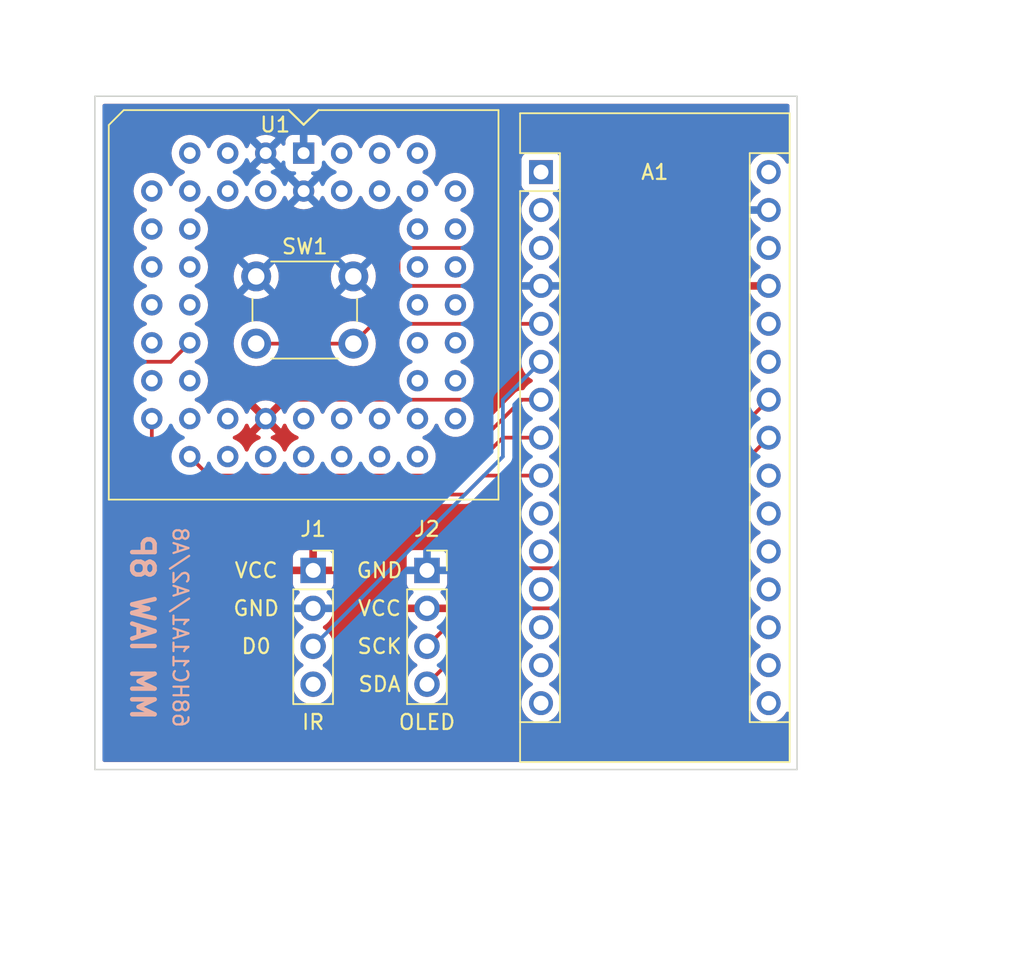
<source format=kicad_pcb>
(kicad_pcb (version 20211014) (generator pcbnew)
  (layers (0 "F.Cu" signal) (31 "B.Cu" signal) (34 "B.Paste" user) (35 "F.Paste" user) (36 "B.SilkS" user "B.Silkscreen") (37 "F.SilkS" user "F.Silkscreen") (38 "B.Mask" user) (39 "F.Mask" user) (44 "Edge.Cuts" user))
  (net 0 "")
  (net 65 "VSS")
  (net 66 "RESET")
  (net 67 "RX")
  (net 68 "TX")
  (net 69 "VDD")
  (net 72 "D3")
  (net 73 "SDA")
  (net 74 "SCK")
  (net 75 "D2")
  (footprint "Package_LCC:PLCC-52_THT-Socket" (layer "F.Cu") (at 130.81 67.31)
    (fp_text reference "U1" (at -1.905 -1.905) (layer "F.SilkS"))
    (fp_text value "MC68HC11A1CC")
    (fp_line (start -12.04 -2.88) (end -13.04 -1.88) (layer "F.SilkS") (width 0.12))
    (fp_line (start -13.04 -1.88) (end -13.04 23.2) (layer "F.SilkS") (width 0.12))
    (fp_line (start -1 -2.88) (end -12.04 -2.88) (layer "F.SilkS") (width 0.12))
    (fp_line (start 13.04 23.2) (end 13.04 -2.88) (layer "F.SilkS") (width 0.12))
    (fp_line (start 13.04 -2.88) (end 1 -2.88) (layer "F.SilkS") (width 0.12))
    (fp_line (start -13.04 23.2) (end 13.04 23.2) (layer "F.SilkS") (width 0.12))
    (pad "1" thru_hole rect locked (at 0 0) (size 1.4224 1.4224) (drill 0.8) (layers *.Cu *.Mask) (net 65 "VSS"))
    (pad "2" thru_hole circle locked (at 0 2.54) (size 1.4224 1.4224) (drill 0.8) (layers *.Cu *.Mask) (net 65 "VSS"))
    (pad "3" thru_hole circle locked (at -2.54 0) (size 1.4224 1.4224) (drill 0.8) (layers *.Cu *.Mask) (net 65 "VSS"))
    (pad "4" thru_hole circle locked (at -2.54 2.54) (size 1.4224 1.4224) (drill 0.8) (layers *.Cu *.Mask))
    (pad "5" thru_hole circle locked (at -5.08 0) (size 1.4224 1.4224) (drill 0.8) (layers *.Cu *.Mask))
    (pad "6" thru_hole circle locked (at -5.08 2.54) (size 1.4224 1.4224) (drill 0.8) (layers *.Cu *.Mask))
    (pad "7" thru_hole circle locked (at -7.62 0) (size 1.4224 1.4224) (drill 0.8) (layers *.Cu *.Mask))
    (pad "8" thru_hole circle locked (at -10.16 2.54) (size 1.4224 1.4224) (drill 0.8) (layers *.Cu *.Mask))
    (pad "9" thru_hole circle locked (at -7.62 2.54) (size 1.4224 1.4224) (drill 0.8) (layers *.Cu *.Mask))
    (pad "10" thru_hole circle locked (at -10.16 5.08) (size 1.4224 1.4224) (drill 0.8) (layers *.Cu *.Mask))
    (pad "11" thru_hole circle locked (at -7.62 5.08) (size 1.4224 1.4224) (drill 0.8) (layers *.Cu *.Mask))
    (pad "12" thru_hole circle locked (at -10.16 7.62) (size 1.4224 1.4224) (drill 0.8) (layers *.Cu *.Mask))
    (pad "13" thru_hole circle locked (at -7.62 7.62) (size 1.4224 1.4224) (drill 0.8) (layers *.Cu *.Mask))
    (pad "14" thru_hole circle locked (at -10.16 10.16) (size 1.4224 1.4224) (drill 0.8) (layers *.Cu *.Mask))
    (pad "15" thru_hole circle locked (at -7.62 10.16) (size 1.4224 1.4224) (drill 0.8) (layers *.Cu *.Mask))
    (pad "16" thru_hole circle locked (at -10.16 12.7) (size 1.4224 1.4224) (drill 0.8) (layers *.Cu *.Mask))
    (pad "17" thru_hole circle locked (at -7.62 12.7) (size 1.4224 1.4224) (drill 0.8) (layers *.Cu *.Mask) (net 66 "RESET"))
    (pad "18" thru_hole circle locked (at -10.16 15.24) (size 1.4224 1.4224) (drill 0.8) (layers *.Cu *.Mask))
    (pad "19" thru_hole circle locked (at -7.62 15.24) (size 1.4224 1.4224) (drill 0.8) (layers *.Cu *.Mask))
    (pad "20" thru_hole circle locked (at -10.16 17.78) (size 1.4224 1.4224) (drill 0.8) (layers *.Cu *.Mask) (net 67 "RX"))
    (pad "21" thru_hole circle locked (at -7.62 20.32) (size 1.4224 1.4224) (drill 0.8) (layers *.Cu *.Mask) (net 68 "TX"))
    (pad "22" thru_hole circle locked (at -7.62 17.78) (size 1.4224 1.4224) (drill 0.8) (layers *.Cu *.Mask))
    (pad "23" thru_hole circle locked (at -5.08 20.32) (size 1.4224 1.4224) (drill 0.8) (layers *.Cu *.Mask))
    (pad "24" thru_hole circle locked (at -5.08 17.78) (size 1.4224 1.4224) (drill 0.8) (layers *.Cu *.Mask))
    (pad "25" thru_hole circle locked (at -2.54 20.32) (size 1.4224 1.4224) (drill 0.8) (layers *.Cu *.Mask))
    (pad "26" thru_hole circle locked (at -2.54 17.78) (size 1.4224 1.4224) (drill 0.8) (layers *.Cu *.Mask) (net 69 "VDD"))
    (pad "27" thru_hole circle locked (at 0 20.32) (size 1.4224 1.4224) (drill 0.8) (layers *.Cu *.Mask))
    (pad "28" thru_hole circle locked (at 0 17.78) (size 1.4224 1.4224) (drill 0.8) (layers *.Cu *.Mask))
    (pad "29" thru_hole circle locked (at 2.54 20.32) (size 1.4224 1.4224) (drill 0.8) (layers *.Cu *.Mask))
    (pad "30" thru_hole circle locked (at 2.54 17.78) (size 1.4224 1.4224) (drill 0.8) (layers *.Cu *.Mask))
    (pad "31" thru_hole circle locked (at 5.08 20.32) (size 1.4224 1.4224) (drill 0.8) (layers *.Cu *.Mask))
    (pad "32" thru_hole circle locked (at 5.08 17.78) (size 1.4224 1.4224) (drill 0.8) (layers *.Cu *.Mask))
    (pad "33" thru_hole circle locked (at 7.62 20.32) (size 1.4224 1.4224) (drill 0.8) (layers *.Cu *.Mask))
    (pad "34" thru_hole circle locked (at 10.16 17.78) (size 1.4224 1.4224) (drill 0.8) (layers *.Cu *.Mask))
    (pad "35" thru_hole circle locked (at 7.62 17.78) (size 1.4224 1.4224) (drill 0.8) (layers *.Cu *.Mask))
    (pad "36" thru_hole circle locked (at 10.16 15.24) (size 1.4224 1.4224) (drill 0.8) (layers *.Cu *.Mask))
    (pad "37" thru_hole circle locked (at 7.62 15.24) (size 1.4224 1.4224) (drill 0.8) (layers *.Cu *.Mask))
    (pad "38" thru_hole circle locked (at 10.16 12.7) (size 1.4224 1.4224) (drill 0.8) (layers *.Cu *.Mask))
    (pad "39" thru_hole circle locked (at 7.62 12.7) (size 1.4224 1.4224) (drill 0.8) (layers *.Cu *.Mask))
    (pad "40" thru_hole circle locked (at 10.16 10.16) (size 1.4224 1.4224) (drill 0.8) (layers *.Cu *.Mask))
    (pad "41" thru_hole circle locked (at 7.62 10.16) (size 1.4224 1.4224) (drill 0.8) (layers *.Cu *.Mask))
    (pad "42" thru_hole circle locked (at 10.16 7.62) (size 1.4224 1.4224) (drill 0.8) (layers *.Cu *.Mask))
    (pad "43" thru_hole circle locked (at 7.62 7.62) (size 1.4224 1.4224) (drill 0.8) (layers *.Cu *.Mask))
    (pad "44" thru_hole circle locked (at 10.16 5.08) (size 1.4224 1.4224) (drill 0.8) (layers *.Cu *.Mask))
    (pad "45" thru_hole circle locked (at 7.62 5.08) (size 1.4224 1.4224) (drill 0.8) (layers *.Cu *.Mask))
    (pad "46" thru_hole circle locked (at 10.16 2.54) (size 1.4224 1.4224) (drill 0.8) (layers *.Cu *.Mask))
    (pad "47" thru_hole circle locked (at 7.62 0) (size 1.4224 1.4224) (drill 0.8) (layers *.Cu *.Mask))
    (pad "48" thru_hole circle locked (at 7.62 2.54) (size 1.4224 1.4224) (drill 0.8) (layers *.Cu *.Mask))
    (pad "49" thru_hole circle locked (at 5.08 0) (size 1.4224 1.4224) (drill 0.8) (layers *.Cu *.Mask))
    (pad "50" thru_hole circle locked (at 5.08 2.54) (size 1.4224 1.4224) (drill 0.8) (layers *.Cu *.Mask))
    (pad "51" thru_hole circle locked (at 2.54 0) (size 1.4224 1.4224) (drill 0.8) (layers *.Cu *.Mask))
    (pad "52" thru_hole circle locked (at 2.54 2.54) (size 1.4224 1.4224) (drill 0.8) (layers *.Cu *.Mask))
  )
  (footprint "Connector_PinSocket_2.54mm:PinSocket_1x04_P2.54mm_Vertical" (layer "F.Cu") (at 131.445 95.25)
    (fp_text reference "J1" (at 0 -2.77) (layer "F.SilkS"))
    (fp_text value "Conn_01x04_MountingPin")
    (fp_line (start 0 -1.33) (end 1.33 -1.33) (layer "F.SilkS") (width 0.12))
    (fp_line (start -1.33 8.95) (end 1.33 8.95) (layer "F.SilkS") (width 0.12))
    (fp_line (start 1.33 1.27) (end 1.33 8.95) (layer "F.SilkS") (width 0.12))
    (fp_line (start -1.33 1.27) (end -1.33 8.95) (layer "F.SilkS") (width 0.12))
    (fp_line (start 1.33 -1.33) (end 1.33 0) (layer "F.SilkS") (width 0.12))
    (fp_line (start -1.33 1.27) (end 1.33 1.27) (layer "F.SilkS") (width 0.12))
    (pad "1" thru_hole rect locked (at 0 0) (size 1.7 1.7) (drill 1) (layers *.Cu *.Mask) (net 69 "VDD"))
    (pad "2" thru_hole oval locked (at 0 2.54) (size 1.7 1.7) (drill 1) (layers *.Cu *.Mask) (net 65 "VSS"))
    (pad "3" thru_hole oval locked (at 0 5.08) (size 1.7 1.7) (drill 1) (layers *.Cu *.Mask) (net 72 "D3"))
    (pad "4" thru_hole oval locked (at 0 7.62) (size 1.7 1.7) (drill 1) (layers *.Cu *.Mask))
  )
  (footprint "Button_Switch_THT:SW_PUSH_6mm" (layer "F.Cu") (at 127.635 75.565)
    (fp_text reference "SW1" (at 3.25 -2) (layer "F.SilkS"))
    (fp_text value "SW_Push")
    (fp_line (start -0.25 1.5) (end -0.25 3) (layer "F.SilkS") (width 0.12))
    (fp_line (start 1 5.5) (end 5.5 5.5) (layer "F.SilkS") (width 0.12))
    (fp_line (start 6.75 3) (end 6.75 1.5) (layer "F.SilkS") (width 0.12))
    (fp_line (start 5.5 -1) (end 1 -1) (layer "F.SilkS") (width 0.12))
    (pad "1" thru_hole circle locked (at 6.5 0 90) (size 2 2) (drill 1.1) (layers *.Cu *.Mask) (net 65 "VSS"))
    (pad "1" thru_hole circle locked (at 0 0 90) (size 2 2) (drill 1.1) (layers *.Cu *.Mask) (net 65 "VSS"))
    (pad "2" thru_hole circle locked (at 0 4.5 90) (size 2 2) (drill 1.1) (layers *.Cu *.Mask) (net 75 "D2"))
    (pad "2" thru_hole circle locked (at 6.5 4.5 90) (size 2 2) (drill 1.1) (layers *.Cu *.Mask) (net 75 "D2"))
  )
  (footprint "Connector_PinSocket_2.54mm:PinSocket_1x04_P2.54mm_Vertical" (layer "F.Cu") (at 139.065 95.25)
    (fp_text reference "J2" (at 0 -2.77) (layer "F.SilkS"))
    (fp_text value "Conn_01x04_MountingPin")
    (fp_line (start -1.33 8.95) (end 1.33 8.95) (layer "F.SilkS") (width 0.12))
    (fp_line (start -1.33 1.27) (end 1.33 1.27) (layer "F.SilkS") (width 0.12))
    (fp_line (start -1.33 1.27) (end -1.33 8.95) (layer "F.SilkS") (width 0.12))
    (fp_line (start 1.33 1.27) (end 1.33 8.95) (layer "F.SilkS") (width 0.12))
    (fp_line (start 0 -1.33) (end 1.33 -1.33) (layer "F.SilkS") (width 0.12))
    (fp_line (start 1.33 -1.33) (end 1.33 0) (layer "F.SilkS") (width 0.12))
    (pad "1" thru_hole rect locked (at 0 0) (size 1.7 1.7) (drill 1) (layers *.Cu *.Mask) (net 65 "VSS"))
    (pad "2" thru_hole oval locked (at 0 2.54) (size 1.7 1.7) (drill 1) (layers *.Cu *.Mask) (net 69 "VDD"))
    (pad "3" thru_hole oval locked (at 0 5.08) (size 1.7 1.7) (drill 1) (layers *.Cu *.Mask) (net 74 "SCK"))
    (pad "4" thru_hole oval locked (at 0 7.62) (size 1.7 1.7) (drill 1) (layers *.Cu *.Mask) (net 73 "SDA"))
  )
  (footprint "Module:Arduino_Nano" (layer "F.Cu") (at 146.695 68.58)
    (fp_text reference "A1" (at 7.62 0) (layer "F.SilkS"))
    (fp_text value "Arduino_Nano_v3.x")
    (fp_line (start 1.27 1.27) (end 1.27 -1.27) (layer "F.SilkS") (width 0.12))
    (fp_line (start 13.97 -1.27) (end 16.64 -1.27) (layer "F.SilkS") (width 0.12))
    (fp_line (start -1.4 39.5) (end 16.64 39.5) (layer "F.SilkS") (width 0.12))
    (fp_line (start -1.4 1.27) (end -1.4 39.5) (layer "F.SilkS") (width 0.12))
    (fp_line (start 16.64 39.5) (end 16.64 -3.94) (layer "F.SilkS") (width 0.12))
    (fp_line (start 1.27 -1.27) (end -1.4 -1.27) (layer "F.SilkS") (width 0.12))
    (fp_line (start 13.97 36.83) (end 16.64 36.83) (layer "F.SilkS") (width 0.12))
    (fp_line (start 1.27 36.83) (end -1.4 36.83) (layer "F.SilkS") (width 0.12))
    (fp_line (start 16.64 -3.94) (end -1.4 -3.94) (layer "F.SilkS") (width 0.12))
    (fp_line (start 1.27 1.27) (end -1.4 1.27) (layer "F.SilkS") (width 0.12))
    (fp_line (start 1.27 1.27) (end 1.27 36.83) (layer "F.SilkS") (width 0.12))
    (fp_line (start -1.4 -3.94) (end -1.4 -1.27) (layer "F.SilkS") (width 0.12))
    (fp_line (start 13.97 -1.27) (end 13.97 36.83) (layer "F.SilkS") (width 0.12))
    (pad "1" thru_hole rect locked (at 0 0) (size 1.6 1.6) (drill 1) (layers *.Cu *.Mask))
    (pad "2" thru_hole oval locked (at 0 2.54) (size 1.6 1.6) (drill 1) (layers *.Cu *.Mask))
    (pad "3" thru_hole oval locked (at 0 5.08) (size 1.6 1.6) (drill 1) (layers *.Cu *.Mask))
    (pad "4" thru_hole oval locked (at 0 7.62) (size 1.6 1.6) (drill 1) (layers *.Cu *.Mask) (net 65 "VSS"))
    (pad "5" thru_hole oval locked (at 0 10.16) (size 1.6 1.6) (drill 1) (layers *.Cu *.Mask) (net 75 "D2"))
    (pad "6" thru_hole oval locked (at 0 12.7) (size 1.6 1.6) (drill 1) (layers *.Cu *.Mask) (net 72 "D3"))
    (pad "7" thru_hole oval locked (at 0 15.24) (size 1.6 1.6) (drill 1) (layers *.Cu *.Mask) (net 68 "TX"))
    (pad "8" thru_hole oval locked (at 0 17.78) (size 1.6 1.6) (drill 1) (layers *.Cu *.Mask) (net 67 "RX"))
    (pad "9" thru_hole oval locked (at 0 20.32) (size 1.6 1.6) (drill 1) (layers *.Cu *.Mask) (net 66 "RESET"))
    (pad "10" thru_hole oval locked (at 0 22.86) (size 1.6 1.6) (drill 1) (layers *.Cu *.Mask))
    (pad "11" thru_hole oval locked (at 0 25.4) (size 1.6 1.6) (drill 1) (layers *.Cu *.Mask))
    (pad "12" thru_hole oval locked (at 0 27.94) (size 1.6 1.6) (drill 1) (layers *.Cu *.Mask))
    (pad "13" thru_hole oval locked (at 0 30.48) (size 1.6 1.6) (drill 1) (layers *.Cu *.Mask))
    (pad "14" thru_hole oval locked (at 0 33.02) (size 1.6 1.6) (drill 1) (layers *.Cu *.Mask))
    (pad "15" thru_hole oval locked (at 0 35.56) (size 1.6 1.6) (drill 1) (layers *.Cu *.Mask))
    (pad "16" thru_hole oval locked (at 15.24 35.56) (size 1.6 1.6) (drill 1) (layers *.Cu *.Mask))
    (pad "17" thru_hole oval locked (at 15.24 33.02) (size 1.6 1.6) (drill 1) (layers *.Cu *.Mask))
    (pad "18" thru_hole oval locked (at 15.24 30.48) (size 1.6 1.6) (drill 1) (layers *.Cu *.Mask))
    (pad "19" thru_hole oval locked (at 15.24 27.94) (size 1.6 1.6) (drill 1) (layers *.Cu *.Mask))
    (pad "20" thru_hole oval locked (at 15.24 25.4) (size 1.6 1.6) (drill 1) (layers *.Cu *.Mask))
    (pad "21" thru_hole oval locked (at 15.24 22.86) (size 1.6 1.6) (drill 1) (layers *.Cu *.Mask))
    (pad "22" thru_hole oval locked (at 15.24 20.32) (size 1.6 1.6) (drill 1) (layers *.Cu *.Mask))
    (pad "23" thru_hole oval locked (at 15.24 17.78) (size 1.6 1.6) (drill 1) (layers *.Cu *.Mask) (net 73 "SDA"))
    (pad "24" thru_hole oval locked (at 15.24 15.24) (size 1.6 1.6) (drill 1) (layers *.Cu *.Mask) (net 74 "SCK"))
    (pad "25" thru_hole oval locked (at 15.24 12.7) (size 1.6 1.6) (drill 1) (layers *.Cu *.Mask))
    (pad "26" thru_hole oval locked (at 15.24 10.16) (size 1.6 1.6) (drill 1) (layers *.Cu *.Mask))
    (pad "27" thru_hole oval locked (at 15.24 7.62) (size 1.6 1.6) (drill 1) (layers *.Cu *.Mask) (net 69 "VDD"))
    (pad "28" thru_hole oval locked (at 15.24 5.08) (size 1.6 1.6) (drill 1) (layers *.Cu *.Mask))
    (pad "29" thru_hole oval locked (at 15.24 2.54) (size 1.6 1.6) (drill 1) (layers *.Cu *.Mask) (net 65 "VSS"))
    (pad "30" thru_hole oval locked (at 15.24 0) (size 1.6 1.6) (drill 1) (layers *.Cu *.Mask))
  )
  (gr_line (start 129.81 64.43) (end 130.81 65.405) (layer "F.SilkS") (width 0.15))
  (gr_line (start 130.81 65.405) (end 131.81 64.43) (layer "F.SilkS") (width 0.15))
  (gr_line (start 163.83 63.5) (end 163.83 108.585) (layer "Edge.Cuts") (width 0.1))
  (gr_line (start 116.84 63.5) (end 117.475 63.5) (layer "Edge.Cuts") (width 0.1))
  (gr_line (start 116.84 108.585) (end 116.84 63.5) (layer "Edge.Cuts") (width 0.1))
  (gr_line (start 163.83 108.585) (end 116.84 108.585) (layer "Edge.Cuts") (width 0.1))
  (gr_line (start 117.475 63.5) (end 163.83 63.5) (layer "Edge.Cuts") (width 0.1))
  (gr_text "MM IAW 8P" (at 120.015 99.06 -90) (layer "B.SilkS") (effects (font (size 1.5 1.5) (thickness 0.3)) (justify mirror)))
  (gr_text "68HC11A1/A2/A8" (at 122.555 99.06 -90) (layer "B.SilkS") (effects (font (size 1 1)) (justify mirror)))
  (gr_text "D0" (at 127.635 100.33) (layer "F.SilkS") (effects (font (size 1 1))))
  (gr_text "GND" (at 127.635 97.79) (layer "F.SilkS") (effects (font (size 1 1))))
  (gr_text "SDA" (at 135.89 102.87) (layer "F.SilkS") (effects (font (size 1 1))))
  (gr_text "GND" (at 135.89 95.25) (layer "F.SilkS") (effects (font (size 1 1))))
  (gr_text "SCK" (at 135.89 100.33) (layer "F.SilkS") (effects (font (size 1 1))))
  (gr_text "VCC" (at 127.635 95.25) (layer "F.SilkS") (effects (font (size 1 1))))
  (gr_text "IR" (at 131.445 105.41) (layer "F.SilkS") (effects (font (size 1 1))))
  (gr_text "OLED" (at 139.065 105.41) (layer "F.SilkS") (effects (font (size 1 1))))
  (gr_text "VCC" (at 135.89 97.79) (layer "F.SilkS") (effects (font (size 1 1))))
  (segment (start 121.92 81.28) (end 123.19 80.01) (width 0.25) (layer "F.Cu") (net 66))
  (segment (start 120.015 81.28) (end 121.92 81.28) (width 0.25) (layer "F.Cu") (net 66))
  (segment (start 141.605 90.17) (end 120.65 90.17) (width 0.25) (layer "F.Cu") (net 66))
  (segment (start 118.745 82.55) (end 120.015 81.28) (width 0.25) (layer "F.Cu") (net 66))
  (segment (start 146.695 88.9) (end 142.875 88.9) (width 0.25) (layer "F.Cu") (net 66))
  (segment (start 142.875 88.9) (end 141.605 90.17) (width 0.25) (layer "F.Cu") (net 66))
  (segment (start 120.65 90.17) (end 118.745 88.265) (width 0.25) (layer "F.Cu") (net 66))
  (segment (start 118.745 88.265) (end 118.745 82.55) (width 0.25) (layer "F.Cu") (net 66))
  (segment (start 146.695 86.36) (end 144.145 86.36) (width 0.25) (layer "F.Cu") (net 67))
  (segment (start 121.92 89.535) (end 120.65 88.265) (width 0.25) (layer "F.Cu") (net 67))
  (segment (start 140.97 89.535) (end 121.92 89.535) (width 0.25) (layer "F.Cu") (net 67))
  (segment (start 144.145 86.36) (end 140.97 89.535) (width 0.25) (layer "F.Cu") (net 67))
  (segment (start 120.65 88.265) (end 120.65 85.09) (width 0.25) (layer "F.Cu") (net 67))
  (segment (start 145.415 83.82) (end 140.335 88.9) (width 0.25) (layer "F.Cu") (net 68))
  (segment (start 124.46 88.9) (end 123.19 87.63) (width 0.25) (layer "F.Cu") (net 68))
  (segment (start 140.335 88.9) (end 124.46 88.9) (width 0.25) (layer "F.Cu") (net 68))
  (segment (start 146.695 83.82) (end 145.415 83.82) (width 0.25) (layer "F.Cu") (net 68))
  (segment (start 129.54 83.82) (end 142.875 83.82) (width 0.25) (layer "F.Cu") (net 69))
  (segment (start 137.16 73.66) (end 142.875 73.66) (width 0.25) (layer "F.Cu") (net 69))
  (segment (start 137.16 76.2) (end 137.16 73.66) (width 0.25) (layer "F.Cu") (net 69))
  (segment (start 128.27 85.09) (end 129.54 83.82) (width 0.25) (layer "F.Cu") (net 69))
  (segment (start 137.16 76.2) (end 142.875 76.2) (width 0.25) (layer "F.Cu") (net 69))
  (segment (start 131.445 100.33) (end 144.145 87.63) (width 0.25) (layer "B.Cu") (net 72))
  (segment (start 144.145 87.63) (end 144.145 83.83) (width 0.25) (layer "B.Cu") (net 72))
  (segment (start 144.145 83.83) (end 146.695 81.28) (width 0.25) (layer "B.Cu") (net 72))
  (segment (start 139.065 102.87) (end 144.145 97.79) (width 0.25) (layer "F.Cu") (net 73))
  (segment (start 150.505 97.79) (end 161.935 86.36) (width 0.25) (layer "F.Cu") (net 73))
  (segment (start 144.145 97.79) (end 150.505 97.79) (width 0.25) (layer "F.Cu") (net 73))
  (segment (start 150.65 95.105) (end 161.935 83.82) (width 0.25) (layer "F.Cu") (net 74))
  (segment (start 144.29 95.105) (end 150.65 95.105) (width 0.25) (layer "F.Cu") (net 74))
  (segment (start 139.065 100.33) (end 144.29 95.105) (width 0.25) (layer "F.Cu") (net 74))
  (segment (start 135.46 78.74) (end 134.135 80.065) (width 0.25) (layer "F.Cu") (net 75))
  (segment (start 127.635 80.065) (end 134.135 80.065) (width 0.25) (layer "F.Cu") (net 75))
  (segment (start 146.695 78.74) (end 135.46 78.74) (width 0.25) (layer "F.Cu") (net 75))
  (zone (net 69) (net_name "VDD") (layer "F.Cu") (connect_pads (clearance 0.508)) (min_thickness 0.254) (fill yes (thermal_gap 0.508) (thermal_bridge_width 0.508))
    (polygon (pts (xy 168.91 109.22) (xy 142.983122 119.810772) (xy 112.395 111.125) (xy 116.205 62.865) (xy 168.91 62.865)))
  )
  (zone (net 65) (net_name "VSS") (layer "B.Cu") (connect_pads (clearance 0.508)) (min_thickness 0.254) (fill yes (thermal_gap 0.508) (thermal_bridge_width 0.508))
    (polygon (pts (xy 168.91 109.22) (xy 142.197458 121.531565) (xy 110.49 111.76) (xy 115.57 62.23) (xy 168.91 62.23)))
  )
)
</source>
